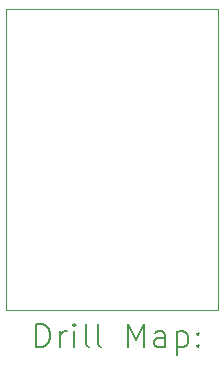
<source format=gbr>
%TF.GenerationSoftware,KiCad,Pcbnew,8.0.7*%
%TF.CreationDate,2025-03-21T18:26:34+05:30*%
%TF.ProjectId,ESP32,45535033-322e-46b6-9963-61645f706362,rev?*%
%TF.SameCoordinates,Original*%
%TF.FileFunction,Drillmap*%
%TF.FilePolarity,Positive*%
%FSLAX45Y45*%
G04 Gerber Fmt 4.5, Leading zero omitted, Abs format (unit mm)*
G04 Created by KiCad (PCBNEW 8.0.7) date 2025-03-21 18:26:34*
%MOMM*%
%LPD*%
G01*
G04 APERTURE LIST*
%ADD10C,0.050000*%
%ADD11C,0.200000*%
G04 APERTURE END LIST*
D10*
X11350000Y-7080000D02*
X13150000Y-7080000D01*
X13150000Y-9630000D01*
X11350000Y-9630000D01*
X11350000Y-7080000D01*
D11*
X11608277Y-9943984D02*
X11608277Y-9743984D01*
X11608277Y-9743984D02*
X11655896Y-9743984D01*
X11655896Y-9743984D02*
X11684467Y-9753508D01*
X11684467Y-9753508D02*
X11703515Y-9772555D01*
X11703515Y-9772555D02*
X11713039Y-9791603D01*
X11713039Y-9791603D02*
X11722562Y-9829698D01*
X11722562Y-9829698D02*
X11722562Y-9858270D01*
X11722562Y-9858270D02*
X11713039Y-9896365D01*
X11713039Y-9896365D02*
X11703515Y-9915412D01*
X11703515Y-9915412D02*
X11684467Y-9934460D01*
X11684467Y-9934460D02*
X11655896Y-9943984D01*
X11655896Y-9943984D02*
X11608277Y-9943984D01*
X11808277Y-9943984D02*
X11808277Y-9810650D01*
X11808277Y-9848746D02*
X11817801Y-9829698D01*
X11817801Y-9829698D02*
X11827324Y-9820174D01*
X11827324Y-9820174D02*
X11846372Y-9810650D01*
X11846372Y-9810650D02*
X11865420Y-9810650D01*
X11932086Y-9943984D02*
X11932086Y-9810650D01*
X11932086Y-9743984D02*
X11922562Y-9753508D01*
X11922562Y-9753508D02*
X11932086Y-9763031D01*
X11932086Y-9763031D02*
X11941610Y-9753508D01*
X11941610Y-9753508D02*
X11932086Y-9743984D01*
X11932086Y-9743984D02*
X11932086Y-9763031D01*
X12055896Y-9943984D02*
X12036848Y-9934460D01*
X12036848Y-9934460D02*
X12027324Y-9915412D01*
X12027324Y-9915412D02*
X12027324Y-9743984D01*
X12160658Y-9943984D02*
X12141610Y-9934460D01*
X12141610Y-9934460D02*
X12132086Y-9915412D01*
X12132086Y-9915412D02*
X12132086Y-9743984D01*
X12389229Y-9943984D02*
X12389229Y-9743984D01*
X12389229Y-9743984D02*
X12455896Y-9886841D01*
X12455896Y-9886841D02*
X12522562Y-9743984D01*
X12522562Y-9743984D02*
X12522562Y-9943984D01*
X12703515Y-9943984D02*
X12703515Y-9839222D01*
X12703515Y-9839222D02*
X12693991Y-9820174D01*
X12693991Y-9820174D02*
X12674943Y-9810650D01*
X12674943Y-9810650D02*
X12636848Y-9810650D01*
X12636848Y-9810650D02*
X12617801Y-9820174D01*
X12703515Y-9934460D02*
X12684467Y-9943984D01*
X12684467Y-9943984D02*
X12636848Y-9943984D01*
X12636848Y-9943984D02*
X12617801Y-9934460D01*
X12617801Y-9934460D02*
X12608277Y-9915412D01*
X12608277Y-9915412D02*
X12608277Y-9896365D01*
X12608277Y-9896365D02*
X12617801Y-9877317D01*
X12617801Y-9877317D02*
X12636848Y-9867793D01*
X12636848Y-9867793D02*
X12684467Y-9867793D01*
X12684467Y-9867793D02*
X12703515Y-9858270D01*
X12798753Y-9810650D02*
X12798753Y-10010650D01*
X12798753Y-9820174D02*
X12817801Y-9810650D01*
X12817801Y-9810650D02*
X12855896Y-9810650D01*
X12855896Y-9810650D02*
X12874943Y-9820174D01*
X12874943Y-9820174D02*
X12884467Y-9829698D01*
X12884467Y-9829698D02*
X12893991Y-9848746D01*
X12893991Y-9848746D02*
X12893991Y-9905889D01*
X12893991Y-9905889D02*
X12884467Y-9924936D01*
X12884467Y-9924936D02*
X12874943Y-9934460D01*
X12874943Y-9934460D02*
X12855896Y-9943984D01*
X12855896Y-9943984D02*
X12817801Y-9943984D01*
X12817801Y-9943984D02*
X12798753Y-9934460D01*
X12979705Y-9924936D02*
X12989229Y-9934460D01*
X12989229Y-9934460D02*
X12979705Y-9943984D01*
X12979705Y-9943984D02*
X12970182Y-9934460D01*
X12970182Y-9934460D02*
X12979705Y-9924936D01*
X12979705Y-9924936D02*
X12979705Y-9943984D01*
X12979705Y-9820174D02*
X12989229Y-9829698D01*
X12989229Y-9829698D02*
X12979705Y-9839222D01*
X12979705Y-9839222D02*
X12970182Y-9829698D01*
X12970182Y-9829698D02*
X12979705Y-9820174D01*
X12979705Y-9820174D02*
X12979705Y-9839222D01*
M02*

</source>
